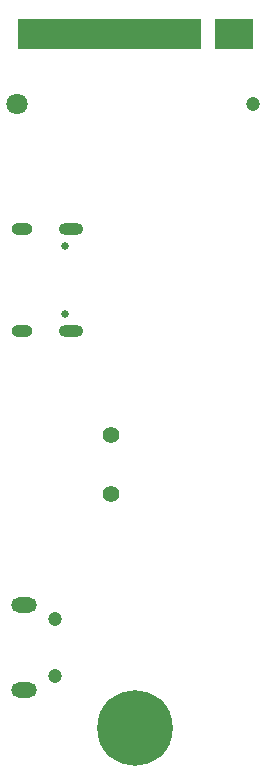
<source format=gbr>
%TF.GenerationSoftware,KiCad,Pcbnew,7.0.5*%
%TF.CreationDate,2023-08-28T16:59:48-05:00*%
%TF.ProjectId,Chimera_0002_thea,4368696d-6572-4615-9f30-3030325f7468,rev?*%
%TF.SameCoordinates,Original*%
%TF.FileFunction,Soldermask,Bot*%
%TF.FilePolarity,Negative*%
%FSLAX46Y46*%
G04 Gerber Fmt 4.6, Leading zero omitted, Abs format (unit mm)*
G04 Created by KiCad (PCBNEW 7.0.5) date 2023-08-28 16:59:48*
%MOMM*%
%LPD*%
G01*
G04 APERTURE LIST*
%ADD10C,0.100000*%
%ADD11C,6.400000*%
%ADD12C,3.600000*%
%ADD13C,1.200000*%
%ADD14C,1.800000*%
%ADD15C,1.400051*%
%ADD16O,2.200000X1.300000*%
%ADD17C,0.649987*%
%ADD18O,2.100000X1.000000*%
%ADD19O,1.800000X1.000000*%
G04 APERTURE END LIST*
%TO.C,U2*%
D10*
X122425000Y-92400000D02*
X119225000Y-92400000D01*
X119225000Y-89900000D01*
X122425000Y-89900000D01*
X122425000Y-92400000D01*
G36*
X122425000Y-92400000D02*
G01*
X119225000Y-92400000D01*
X119225000Y-89900000D01*
X122425000Y-89900000D01*
X122425000Y-92400000D01*
G37*
X118025000Y-92400000D02*
X102575000Y-92400000D01*
X102575000Y-89900000D01*
X118025000Y-89900000D01*
X118025000Y-92400000D01*
G36*
X118025000Y-92400000D02*
G01*
X102575000Y-92400000D01*
X102575000Y-89900000D01*
X118025000Y-89900000D01*
X118025000Y-92400000D01*
G37*
%TD*%
D11*
%TO.C,H1*%
X112500000Y-149900000D03*
D12*
X112500000Y-149900000D03*
%TD*%
D13*
%TO.C,CN1*%
X122499936Y-97125171D03*
D14*
X102499936Y-97125171D03*
%TD*%
D15*
%TO.C,USB2*%
X110444882Y-125150000D03*
X110444882Y-130150000D03*
%TD*%
D13*
%TO.C,USB1*%
X105749987Y-140675108D03*
D16*
X103100000Y-139500102D03*
X103100000Y-146700000D03*
D13*
X105749987Y-145524994D03*
%TD*%
D17*
%TO.C,U1*%
X106598661Y-109100077D03*
X106598661Y-114890018D03*
D18*
X107098534Y-107679960D03*
X107098534Y-116320041D03*
D19*
X102918448Y-116320041D03*
X102918448Y-107679960D03*
%TD*%
M02*

</source>
